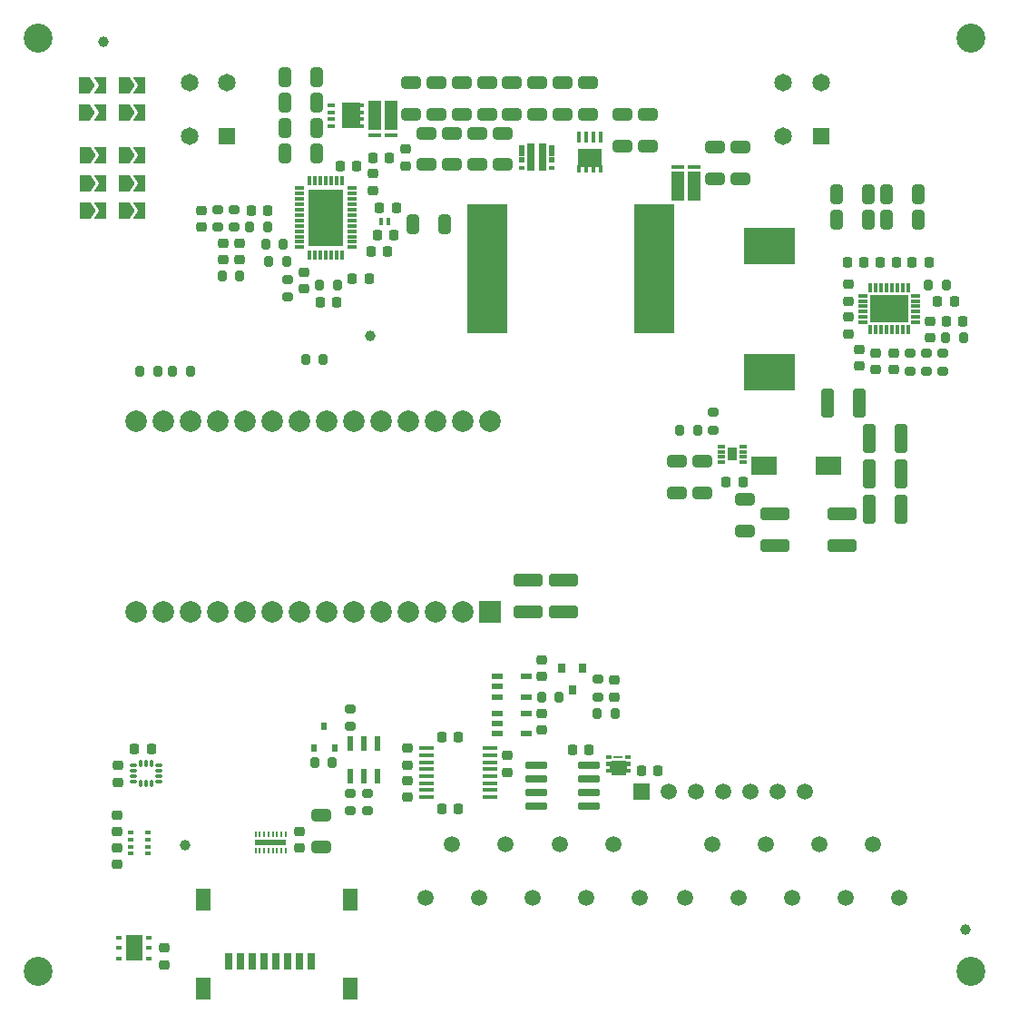
<source format=gbr>
%TF.GenerationSoftware,KiCad,Pcbnew,(6.0.11)*%
%TF.CreationDate,2023-08-29T15:11:38+02:00*%
%TF.ProjectId,walter-feels,77616c74-6572-42d6-9665-656c732e6b69,2.0*%
%TF.SameCoordinates,Original*%
%TF.FileFunction,Soldermask,Top*%
%TF.FilePolarity,Negative*%
%FSLAX46Y46*%
G04 Gerber Fmt 4.6, Leading zero omitted, Abs format (unit mm)*
G04 Created by KiCad (PCBNEW (6.0.11)) date 2023-08-29 15:11:38*
%MOMM*%
%LPD*%
G01*
G04 APERTURE LIST*
G04 Aperture macros list*
%AMRoundRect*
0 Rectangle with rounded corners*
0 $1 Rounding radius*
0 $2 $3 $4 $5 $6 $7 $8 $9 X,Y pos of 4 corners*
0 Add a 4 corners polygon primitive as box body*
4,1,4,$2,$3,$4,$5,$6,$7,$8,$9,$2,$3,0*
0 Add four circle primitives for the rounded corners*
1,1,$1+$1,$2,$3*
1,1,$1+$1,$4,$5*
1,1,$1+$1,$6,$7*
1,1,$1+$1,$8,$9*
0 Add four rect primitives between the rounded corners*
20,1,$1+$1,$2,$3,$4,$5,0*
20,1,$1+$1,$4,$5,$6,$7,0*
20,1,$1+$1,$6,$7,$8,$9,0*
20,1,$1+$1,$8,$9,$2,$3,0*%
%AMFreePoly0*
4,1,6,1.000000,0.000000,0.500000,-0.750000,-0.500000,-0.750000,-0.500000,0.750000,0.500000,0.750000,1.000000,0.000000,1.000000,0.000000,$1*%
%AMFreePoly1*
4,1,6,0.500000,-0.750000,-0.650000,-0.750000,-0.150000,0.000000,-0.650000,0.750000,0.500000,0.750000,0.500000,-0.750000,0.500000,-0.750000,$1*%
%AMFreePoly2*
4,1,30,2.050035,0.200035,2.050050,0.200000,2.050050,-0.190000,2.050035,-0.190035,2.050000,-0.190050,1.700050,-0.190050,1.700050,-0.459950,2.030000,-0.459950,2.030035,-0.459965,2.030050,-0.460000,2.030050,-0.850000,2.030035,-0.850035,2.030000,-0.850050,-0.250000,-0.850050,-0.250035,-0.850035,-0.250050,-0.850000,-0.250050,-0.460000,-0.250035,-0.459965,-0.250000,-0.459950,0.099950,-0.459950,
0.099950,-0.200000,-0.250000,-0.200000,-0.250000,-0.190050,-0.250035,-0.190035,-0.250050,-0.190000,-0.250050,0.200000,-0.250035,0.200035,-0.250000,0.200050,2.050000,0.200050,2.050035,0.200035,2.050035,0.200035,$1*%
G04 Aperture macros list end*
%ADD10C,0.010000*%
%ADD11C,1.000000*%
%ADD12R,1.500000X1.500000*%
%ADD13C,1.500000*%
%ADD14RoundRect,0.225000X0.250000X-0.225000X0.250000X0.225000X-0.250000X0.225000X-0.250000X-0.225000X0*%
%ADD15R,0.405000X0.990000*%
%ADD16R,0.405000X0.760000*%
%ADD17R,2.235000X1.725000*%
%ADD18R,1.150000X0.350000*%
%ADD19R,1.150000X2.700000*%
%ADD20RoundRect,0.250000X0.650000X-0.325000X0.650000X0.325000X-0.650000X0.325000X-0.650000X-0.325000X0*%
%ADD21RoundRect,0.225000X0.225000X0.250000X-0.225000X0.250000X-0.225000X-0.250000X0.225000X-0.250000X0*%
%ADD22RoundRect,0.225000X-0.225000X-0.250000X0.225000X-0.250000X0.225000X0.250000X-0.225000X0.250000X0*%
%ADD23RoundRect,0.250000X0.325000X0.650000X-0.325000X0.650000X-0.325000X-0.650000X0.325000X-0.650000X0*%
%ADD24RoundRect,0.250000X1.100000X-0.325000X1.100000X0.325000X-1.100000X0.325000X-1.100000X-0.325000X0*%
%ADD25R,0.300000X0.850000*%
%ADD26R,0.850000X0.300000*%
%ADD27R,3.650000X2.650000*%
%ADD28RoundRect,0.225000X-0.250000X0.225000X-0.250000X-0.225000X0.250000X-0.225000X0.250000X0.225000X0*%
%ADD29C,1.650000*%
%ADD30R,1.650000X1.650000*%
%ADD31RoundRect,0.075000X0.237500X0.075000X-0.237500X0.075000X-0.237500X-0.075000X0.237500X-0.075000X0*%
%ADD32RoundRect,0.075000X0.075000X0.237500X-0.075000X0.237500X-0.075000X-0.237500X0.075000X-0.237500X0*%
%ADD33R,0.800001X0.900001*%
%ADD34RoundRect,0.200000X-0.200000X-0.275000X0.200000X-0.275000X0.200000X0.275000X-0.200000X0.275000X0*%
%ADD35R,1.000000X0.599999*%
%ADD36RoundRect,0.250000X-0.325000X-0.650000X0.325000X-0.650000X0.325000X0.650000X-0.325000X0.650000X0*%
%ADD37RoundRect,0.250000X-0.325000X-1.100000X0.325000X-1.100000X0.325000X1.100000X-0.325000X1.100000X0*%
%ADD38RoundRect,0.250000X-0.650000X0.325000X-0.650000X-0.325000X0.650000X-0.325000X0.650000X0.325000X0*%
%ADD39R,0.750000X0.300000*%
%ADD40R,0.900000X1.300000*%
%ADD41FreePoly0,0.000000*%
%ADD42FreePoly1,0.000000*%
%ADD43R,0.520000X0.450000*%
%ADD44R,0.520000X0.583000*%
%ADD45R,0.750000X2.520000*%
%ADD46RoundRect,0.200000X0.200000X0.275000X-0.200000X0.275000X-0.200000X-0.275000X0.200000X-0.275000X0*%
%ADD47R,0.530000X1.330000*%
%ADD48RoundRect,0.200000X-0.275000X0.200000X-0.275000X-0.200000X0.275000X-0.200000X0.275000X0.200000X0*%
%ADD49R,0.500000X0.350000*%
%ADD50RoundRect,0.200000X0.275000X-0.200000X0.275000X0.200000X-0.275000X0.200000X-0.275000X-0.200000X0*%
%ADD51FreePoly2,180.000000*%
%ADD52R,0.500000X0.400000*%
%ADD53R,0.920000X0.285000*%
%ADD54C,2.000000*%
%ADD55R,2.000000X2.000000*%
%ADD56R,3.750000X12.100000*%
%ADD57C,2.700000*%
%ADD58R,1.475000X0.450000*%
%ADD59RoundRect,0.250000X0.325000X1.100000X-0.325000X1.100000X-0.325000X-1.100000X0.325000X-1.100000X0*%
%ADD60R,3.250000X5.250000*%
%ADD61R,4.750000X3.350000*%
%ADD62RoundRect,0.042000X-0.943000X-0.258000X0.943000X-0.258000X0.943000X0.258000X-0.943000X0.258000X0*%
%ADD63R,0.800000X1.500000*%
%ADD64R,1.450000X2.000000*%
%ADD65R,0.600000X0.700000*%
%ADD66R,0.400000X0.700000*%
%ADD67RoundRect,0.250000X-1.100000X0.325000X-1.100000X-0.325000X1.100000X-0.325000X1.100000X0.325000X0*%
%ADD68R,0.200000X0.600000*%
%ADD69R,2.900000X0.500000*%
%ADD70R,0.700000X0.420000*%
%ADD71R,0.450000X0.420000*%
%ADD72R,1.700000X2.370000*%
%ADD73R,0.600000X0.400000*%
%ADD74R,1.500000X2.400000*%
%ADD75R,2.400000X1.800000*%
G04 APERTURE END LIST*
%TO.C,Q5*%
G36*
X144760863Y-131600000D02*
G01*
X143460000Y-131600000D01*
X143460000Y-130350000D01*
X144760863Y-130350000D01*
X144760863Y-131600000D01*
G37*
D10*
X144760863Y-131600000D02*
X143460000Y-131600000D01*
X143460000Y-130350000D01*
X144760863Y-130350000D01*
X144760863Y-131600000D01*
%TD*%
D11*
%TO.C,FID4*%
X120950000Y-90780000D03*
%TD*%
%TO.C,FID3*%
X103700000Y-138210000D03*
%TD*%
%TO.C,FID2*%
X176510000Y-146140000D03*
%TD*%
%TO.C,FID1*%
X96050000Y-63350000D03*
%TD*%
D12*
%TO.C,U10*%
X146282200Y-133213800D03*
D13*
X148822200Y-133213800D03*
X151362200Y-133213800D03*
X153902200Y-133213800D03*
X156442200Y-133213800D03*
X158982200Y-133213800D03*
X161522200Y-133213800D03*
%TD*%
D14*
%TO.C,C20*%
X121217974Y-77180600D03*
X121217974Y-75630600D03*
%TD*%
D15*
%TO.C,Q3*%
X142426374Y-72168700D03*
X141766374Y-72168700D03*
X141106374Y-72168700D03*
X140446374Y-72168700D03*
D16*
X140446374Y-75153700D03*
X141106374Y-75153700D03*
X141766374Y-75153700D03*
X142426374Y-75153700D03*
D17*
X141436374Y-74161200D03*
%TD*%
D18*
%TO.C,R14*%
X149627574Y-74979400D03*
D19*
X149627574Y-76804400D03*
X151177574Y-76804400D03*
D18*
X151177574Y-74979400D03*
%TD*%
D20*
%TO.C,C24*%
X155473400Y-76100200D03*
X155473400Y-73150200D03*
%TD*%
D21*
%TO.C,C43*%
X141382600Y-129362200D03*
X139832600Y-129362200D03*
%TD*%
D22*
%TO.C,C52*%
X146282201Y-131292600D03*
X147832201Y-131292600D03*
%TD*%
D23*
%TO.C,C56*%
X167438600Y-79933800D03*
X164488600Y-79933800D03*
%TD*%
D24*
%TO.C,C1*%
X135690000Y-116459000D03*
X135690000Y-113509000D03*
%TD*%
D25*
%TO.C,U11*%
X167617200Y-90189600D03*
X168117200Y-90189600D03*
X168617200Y-90189600D03*
X169117200Y-90189600D03*
X169617200Y-90189600D03*
X170117200Y-90189600D03*
X170617200Y-90189600D03*
X171117200Y-90189600D03*
D26*
X171817200Y-89489600D03*
X171817200Y-88989600D03*
X171817200Y-88489600D03*
X171817200Y-87989600D03*
X171817200Y-87489600D03*
X171817200Y-86989600D03*
D25*
X171117200Y-86289600D03*
X170617200Y-86289600D03*
X170117200Y-86289600D03*
X169617200Y-86289600D03*
X169117200Y-86289600D03*
X168617200Y-86289600D03*
X168117200Y-86289600D03*
X167617200Y-86289600D03*
D26*
X166917200Y-86989600D03*
X166917200Y-87489600D03*
X166917200Y-87989600D03*
X166917200Y-88489600D03*
X166917200Y-88989600D03*
X166917200Y-89489600D03*
D27*
X169367200Y-88239600D03*
%TD*%
D28*
%TO.C,C45*%
X136982201Y-125934700D03*
X136982201Y-127484700D03*
%TD*%
D29*
%TO.C,J3*%
X163014600Y-67146800D03*
D30*
X163014600Y-72146800D03*
D29*
X159514600Y-67146800D03*
X159514600Y-72146800D03*
%TD*%
D31*
%TO.C,U9*%
X101187700Y-132322000D03*
X101187700Y-131822000D03*
X101187700Y-131322000D03*
X101187700Y-130822000D03*
D32*
X100525200Y-130659500D03*
X100025200Y-130659500D03*
X99525200Y-130659500D03*
D31*
X98862700Y-130822000D03*
X98862700Y-131322000D03*
X98862700Y-131822000D03*
X98862700Y-132322000D03*
D32*
X99525200Y-132484500D03*
X100025200Y-132484500D03*
X100525200Y-132484500D03*
%TD*%
D24*
%TO.C,C2*%
X138960000Y-116459000D03*
X138960000Y-113509000D03*
%TD*%
D21*
%TO.C,C64*%
X155711400Y-104394902D03*
X154161400Y-104394902D03*
%TD*%
D33*
%TO.C,D2*%
X140751601Y-121758199D03*
X138851602Y-121758199D03*
X139801601Y-123758201D03*
%TD*%
D28*
%TO.C,C67*%
X173202600Y-89369600D03*
X173202600Y-90919600D03*
%TD*%
D21*
%TO.C,C7*%
X117821374Y-87579200D03*
X116271374Y-87579200D03*
%TD*%
D22*
%TO.C,C16*%
X121001774Y-82905600D03*
X122551774Y-82905600D03*
%TD*%
D34*
%TO.C,R1*%
X99454200Y-94056200D03*
X101104200Y-94056200D03*
%TD*%
D22*
%TO.C,C42*%
X127622001Y-134886442D03*
X129172001Y-134886442D03*
%TD*%
D35*
%TO.C,U6*%
X132762399Y-125934699D03*
X132762399Y-126884700D03*
X132762399Y-127834698D03*
X135512399Y-127834698D03*
X135512399Y-125934699D03*
%TD*%
D21*
%TO.C,C50*%
X100520800Y-129260600D03*
X98970800Y-129260600D03*
%TD*%
D20*
%TO.C,C27*%
X138921774Y-70105800D03*
X138921774Y-67155800D03*
%TD*%
D21*
%TO.C,C13*%
X123186774Y-81330800D03*
X121636774Y-81330800D03*
%TD*%
D36*
%TO.C,C53*%
X169162200Y-79933800D03*
X172112200Y-79933800D03*
%TD*%
D37*
%TO.C,C73*%
X167511200Y-106883200D03*
X170461200Y-106883200D03*
%TD*%
D38*
%TO.C,C30*%
X146846574Y-70127600D03*
X146846574Y-73077600D03*
%TD*%
D13*
%TO.C,J5*%
X126106600Y-143179800D03*
X128606600Y-138179800D03*
X131106600Y-143179800D03*
X133606600Y-138179800D03*
X136106600Y-143179800D03*
X138606600Y-138179800D03*
X141106600Y-143179800D03*
X143606600Y-138179800D03*
X146106600Y-143179800D03*
%TD*%
D22*
%TO.C,C61*%
X168516000Y-83870800D03*
X170066000Y-83870800D03*
%TD*%
D20*
%TO.C,C23*%
X141283974Y-70105800D03*
X141283974Y-67155800D03*
%TD*%
D39*
%TO.C,U12*%
X155711400Y-102543202D03*
X155711400Y-102043202D03*
X155711400Y-101543202D03*
X155711400Y-101043202D03*
X153711400Y-101043202D03*
X153711400Y-101543202D03*
X153711400Y-102043202D03*
X153711400Y-102543202D03*
D40*
X154711400Y-101793202D03*
%TD*%
D41*
%TO.C,JP8*%
X94338174Y-76497500D03*
D42*
X95788174Y-76497500D03*
%TD*%
D34*
%TO.C,R24*%
X149847800Y-99543502D03*
X151497800Y-99543502D03*
%TD*%
D22*
%TO.C,C12*%
X118156974Y-74955400D03*
X119706974Y-74955400D03*
%TD*%
D21*
%TO.C,C41*%
X129172000Y-128130042D03*
X127622000Y-128130042D03*
%TD*%
D23*
%TO.C,C5*%
X115936574Y-73710800D03*
X112986574Y-73710800D03*
%TD*%
D43*
%TO.C,Q1*%
X137898774Y-75066800D03*
D44*
X137898774Y-74349800D03*
X137898774Y-73766800D03*
X137898774Y-73183800D03*
X135118774Y-73183800D03*
X135118774Y-73766800D03*
X135118774Y-74349800D03*
D43*
X135118774Y-75066800D03*
D45*
X135958774Y-74091800D03*
X137058774Y-74091800D03*
%TD*%
D46*
%TO.C,R10*%
X112822774Y-82219800D03*
X111172774Y-82219800D03*
%TD*%
D47*
%TO.C,U3*%
X119126000Y-131801600D03*
X120396000Y-131801600D03*
X121666000Y-131801600D03*
X121666000Y-128751600D03*
X120396000Y-128751600D03*
X119126000Y-128751600D03*
%TD*%
D38*
%TO.C,C26*%
X126221774Y-71829400D03*
X126221774Y-74779400D03*
%TD*%
%TO.C,C29*%
X128583974Y-71829400D03*
X128583974Y-74779400D03*
%TD*%
D13*
%TO.C,J4*%
X150342600Y-143179800D03*
X152842600Y-138179800D03*
X155342600Y-143179800D03*
X157842600Y-138179800D03*
X160342600Y-143179800D03*
X162842600Y-138179800D03*
X165342600Y-143179800D03*
X167842600Y-138179800D03*
X170342600Y-143179800D03*
%TD*%
D30*
%TO.C,J2*%
X107566400Y-72146800D03*
D29*
X107566400Y-67146800D03*
X104066400Y-72146800D03*
X104066400Y-67146800D03*
%TD*%
D48*
%TO.C,R3*%
X106739974Y-78969600D03*
X106739974Y-80619600D03*
%TD*%
D49*
%TO.C,U8*%
X100235800Y-137079200D03*
X100235800Y-137729200D03*
X100235800Y-138379200D03*
X100235800Y-139029200D03*
X98635800Y-139029200D03*
X98635800Y-138379200D03*
X98635800Y-137729200D03*
X98635800Y-137079200D03*
%TD*%
D50*
%TO.C,R27*%
X172872400Y-94017600D03*
X172872400Y-92367600D03*
%TD*%
D51*
%TO.C,Q5*%
X145000000Y-131300000D03*
D52*
X145000000Y-130650000D03*
X145000000Y-130000000D03*
X143200000Y-130000000D03*
X143200000Y-130650000D03*
X143200000Y-131300000D03*
D53*
X144100000Y-130000000D03*
%TD*%
D28*
%TO.C,C3*%
X105215974Y-79069600D03*
X105215974Y-80619600D03*
%TD*%
%TO.C,C51*%
X97434400Y-130822400D03*
X97434400Y-132372400D03*
%TD*%
D54*
%TO.C,U1*%
X132105600Y-98679000D03*
X129565600Y-98679000D03*
X127025600Y-98679000D03*
X124485600Y-98679000D03*
X121945600Y-98679000D03*
X119405600Y-98679000D03*
X116865600Y-98679000D03*
X114325600Y-98679000D03*
X111785600Y-98679000D03*
X109245600Y-98679000D03*
X106705600Y-98679000D03*
X104165600Y-98679000D03*
X101625600Y-98679000D03*
X99085600Y-98679000D03*
X99085600Y-116459000D03*
X101625600Y-116459000D03*
X104165600Y-116459000D03*
X106705600Y-116459000D03*
X109245600Y-116459000D03*
X111785600Y-116459000D03*
X114325600Y-116459000D03*
X116865600Y-116459000D03*
X119405600Y-116459000D03*
X121945600Y-116459000D03*
X124485600Y-116459000D03*
X127025600Y-116459000D03*
X129565600Y-116459000D03*
D55*
X132105600Y-116459000D03*
%TD*%
D37*
%TO.C,C75*%
X167511200Y-100330000D03*
X170461200Y-100330000D03*
%TD*%
D50*
%TO.C,R16*%
X119126000Y-127190000D03*
X119126000Y-125540000D03*
%TD*%
D38*
%TO.C,C35*%
X133308374Y-71829400D03*
X133308374Y-74779400D03*
%TD*%
D41*
%TO.C,JP1*%
X97979874Y-69918900D03*
D42*
X99429874Y-69918900D03*
%TD*%
D20*
%TO.C,C28*%
X127110774Y-70105800D03*
X127110774Y-67155800D03*
%TD*%
D21*
%TO.C,C15*%
X120845000Y-85430000D03*
X119295000Y-85430000D03*
%TD*%
D56*
%TO.C,L1*%
X131883774Y-84455000D03*
X147483774Y-84455000D03*
%TD*%
D46*
%TO.C,R6*%
X108797374Y-85191600D03*
X107147374Y-85191600D03*
%TD*%
D14*
%TO.C,C48*%
X97327600Y-137003000D03*
X97327600Y-135453000D03*
%TD*%
D38*
%TO.C,C62*%
X155905200Y-106018702D03*
X155905200Y-108968702D03*
%TD*%
D57*
%TO.C,H2*%
X177000000Y-63000000D03*
%TD*%
D41*
%TO.C,JP6*%
X94338174Y-79062900D03*
D42*
X95788174Y-79062900D03*
%TD*%
D34*
%TO.C,R21*%
X142151600Y-125943398D03*
X143801600Y-125943398D03*
%TD*%
D58*
%TO.C,U2*%
X126221000Y-129220800D03*
X126221000Y-129870800D03*
X126221000Y-130520800D03*
X126221000Y-131170800D03*
X126221000Y-131820800D03*
X126221000Y-132470800D03*
X126221000Y-133120800D03*
X126221000Y-133770800D03*
X132097000Y-133770800D03*
X132097000Y-133120800D03*
X132097000Y-132470800D03*
X132097000Y-131820800D03*
X132097000Y-131170800D03*
X132097000Y-130520800D03*
X132097000Y-129870800D03*
X132097000Y-129220800D03*
%TD*%
D22*
%TO.C,C59*%
X171538600Y-83870800D03*
X173088600Y-83870800D03*
%TD*%
D41*
%TO.C,JP2*%
X94320074Y-69918900D03*
D42*
X95770074Y-69918900D03*
%TD*%
D20*
%TO.C,C33*%
X136559574Y-70105800D03*
X136559574Y-67155800D03*
%TD*%
D59*
%TO.C,C76*%
X166600400Y-97028000D03*
X163650400Y-97028000D03*
%TD*%
D14*
%TO.C,C63*%
X165531800Y-87489600D03*
X165531800Y-85939600D03*
%TD*%
D28*
%TO.C,C22*%
X124265974Y-73342200D03*
X124265974Y-74892200D03*
%TD*%
D48*
%TO.C,R20*%
X142189201Y-122769398D03*
X142189201Y-124419398D03*
%TD*%
%TO.C,R26*%
X171348400Y-92366800D03*
X171348400Y-94016800D03*
%TD*%
D28*
%TO.C,C9*%
X108797374Y-82105200D03*
X108797374Y-83655200D03*
%TD*%
D20*
%TO.C,C34*%
X131835174Y-70105800D03*
X131835174Y-67155800D03*
%TD*%
D28*
%TO.C,C66*%
X165531800Y-88989600D03*
X165531800Y-90539600D03*
%TD*%
D22*
%TO.C,C17*%
X121814574Y-78790800D03*
X123364574Y-78790800D03*
%TD*%
D46*
%TO.C,R2*%
X104152200Y-94056200D03*
X102502200Y-94056200D03*
%TD*%
D22*
%TO.C,C69*%
X174713600Y-89369600D03*
X176263600Y-89369600D03*
%TD*%
D46*
%TO.C,R7*%
X117871374Y-86029800D03*
X116221374Y-86029800D03*
%TD*%
D26*
%TO.C,IC1*%
X114346374Y-76980600D03*
X114346374Y-77480600D03*
X114346374Y-77980600D03*
X114346374Y-78480600D03*
X114346374Y-78980600D03*
X114346374Y-79480600D03*
X114346374Y-79980600D03*
X114346374Y-80480600D03*
X114346374Y-80980600D03*
X114346374Y-81480600D03*
X114346374Y-81980600D03*
X114346374Y-82480600D03*
D25*
X115296374Y-83180600D03*
X115796374Y-83180600D03*
X116296374Y-83180600D03*
X116796374Y-83180600D03*
X117296374Y-83180600D03*
X117796374Y-83180600D03*
X118296374Y-83180600D03*
D26*
X119246374Y-82480600D03*
X119246374Y-81980600D03*
X119246374Y-81480600D03*
X119246374Y-80980600D03*
X119246374Y-80480600D03*
X119246374Y-79980600D03*
X119246374Y-79480600D03*
X119246374Y-78980600D03*
X119246374Y-78480600D03*
X119246374Y-77980600D03*
X119246374Y-77480600D03*
X119246374Y-76980600D03*
D25*
X118296374Y-76280600D03*
X117796374Y-76280600D03*
X117296374Y-76280600D03*
X116796374Y-76280600D03*
X116296374Y-76280600D03*
X115796374Y-76280600D03*
X115296374Y-76280600D03*
D60*
X116796374Y-79730600D03*
%TD*%
D41*
%TO.C,JP5*%
X97997974Y-79062900D03*
D42*
X99447974Y-79062900D03*
%TD*%
D50*
%TO.C,R4*%
X108263974Y-80619600D03*
X108263974Y-78969600D03*
%TD*%
D61*
%TO.C,L2*%
X158242000Y-82339600D03*
X158242000Y-94139600D03*
%TD*%
D62*
%TO.C,U4*%
X136442600Y-130786700D03*
X136442600Y-132056700D03*
X136442600Y-133326700D03*
X136442600Y-134596700D03*
X141382600Y-134596700D03*
X141382600Y-133326700D03*
X141382600Y-132056700D03*
X141382600Y-130786700D03*
%TD*%
D28*
%TO.C,C40*%
X133756400Y-129882600D03*
X133756400Y-131432600D03*
%TD*%
D20*
%TO.C,C31*%
X129472974Y-70105800D03*
X129472974Y-67155800D03*
%TD*%
D46*
%TO.C,R11*%
X113152974Y-83845400D03*
X111502974Y-83845400D03*
%TD*%
D57*
%TO.C,H1*%
X90000000Y-63000000D03*
%TD*%
D48*
%TO.C,R18*%
X120674943Y-133388600D03*
X120674943Y-135038600D03*
%TD*%
D21*
%TO.C,C57*%
X167043400Y-83870800D03*
X165493400Y-83870800D03*
%TD*%
D28*
%TO.C,C39*%
X124460000Y-132231842D03*
X124460000Y-133781842D03*
%TD*%
%TO.C,C68*%
X169824400Y-92366800D03*
X169824400Y-93916800D03*
%TD*%
D34*
%TO.C,R23*%
X174663600Y-90919600D03*
X176313600Y-90919600D03*
%TD*%
%TO.C,R15*%
X115761001Y-130530600D03*
X117411001Y-130530600D03*
%TD*%
D23*
%TO.C,C11*%
X115936574Y-66624200D03*
X112986574Y-66624200D03*
%TD*%
D28*
%TO.C,C38*%
X124460000Y-129209242D03*
X124460000Y-130759242D03*
%TD*%
D38*
%TO.C,C32*%
X130946174Y-71829400D03*
X130946174Y-74779400D03*
%TD*%
D22*
%TO.C,C19*%
X121204974Y-74117200D03*
X122754974Y-74117200D03*
%TD*%
D14*
%TO.C,C44*%
X136982200Y-122517199D03*
X136982200Y-120967199D03*
%TD*%
D41*
%TO.C,JP10*%
X94338174Y-73932100D03*
D42*
X95788174Y-73932100D03*
%TD*%
D21*
%TO.C,C4*%
X111375774Y-79095600D03*
X109825774Y-79095600D03*
%TD*%
D28*
%TO.C,C65*%
X166598600Y-92011200D03*
X166598600Y-93561200D03*
%TD*%
D35*
%TO.C,U5*%
X132762399Y-122519399D03*
X132762399Y-123469400D03*
X132762399Y-124419398D03*
X135512399Y-124419398D03*
X135512399Y-122519399D03*
%TD*%
D14*
%TO.C,C14*%
X114766374Y-86347600D03*
X114766374Y-84797600D03*
%TD*%
D20*
%TO.C,C37*%
X134197374Y-70105800D03*
X134197374Y-67155800D03*
%TD*%
D41*
%TO.C,JP4*%
X94320074Y-67353500D03*
D42*
X95770074Y-67353500D03*
%TD*%
D34*
%TO.C,R5*%
X109724974Y-80619600D03*
X111374974Y-80619600D03*
%TD*%
D38*
%TO.C,C70*%
X151917400Y-102437302D03*
X151917400Y-105387302D03*
%TD*%
D63*
%TO.C,J1*%
X115449200Y-149047900D03*
X114349200Y-149047900D03*
X113249200Y-149047900D03*
X112149200Y-149047900D03*
X111049200Y-149047900D03*
X109949200Y-149047900D03*
X108849200Y-149047900D03*
X107749200Y-149047900D03*
D64*
X119124200Y-151647900D03*
X105374200Y-151647900D03*
X119124200Y-143347900D03*
X105374200Y-143347900D03*
%TD*%
D41*
%TO.C,JP7*%
X97997974Y-76497500D03*
D42*
X99447974Y-76497500D03*
%TD*%
D65*
%TO.C,Q4*%
X115724100Y-129193800D03*
X117624100Y-129193800D03*
X116674100Y-127193800D03*
%TD*%
D57*
%TO.C,H4*%
X90000000Y-150000000D03*
%TD*%
D14*
%TO.C,C46*%
X143738600Y-124419398D03*
X143738600Y-122869398D03*
%TD*%
D66*
%TO.C,D1*%
X121965774Y-80060800D03*
X122665774Y-80060800D03*
%TD*%
D37*
%TO.C,C74*%
X167511200Y-103606600D03*
X170461200Y-103606600D03*
%TD*%
D48*
%TO.C,R8*%
X113242374Y-85458800D03*
X113242374Y-87108800D03*
%TD*%
D28*
%TO.C,C49*%
X97327600Y-138498400D03*
X97327600Y-140048400D03*
%TD*%
%TO.C,C6*%
X107273374Y-82105200D03*
X107273374Y-83655200D03*
%TD*%
D34*
%TO.C,R19*%
X136919200Y-124419398D03*
X138569200Y-124419398D03*
%TD*%
D20*
%TO.C,C25*%
X124748574Y-70105800D03*
X124748574Y-67155800D03*
%TD*%
D67*
%TO.C,C58*%
X158724600Y-107339502D03*
X158724600Y-110289502D03*
%TD*%
D38*
%TO.C,C77*%
X116337800Y-135449500D03*
X116337800Y-138399500D03*
%TD*%
D23*
%TO.C,C10*%
X115936574Y-68986400D03*
X112986574Y-68986400D03*
%TD*%
D68*
%TO.C,U13*%
X110249200Y-138715900D03*
X110649200Y-138715900D03*
X111049200Y-138715900D03*
X111449200Y-138715900D03*
X111849200Y-138715900D03*
X112249200Y-138715900D03*
X112649200Y-138715900D03*
X113049200Y-138715900D03*
X113049200Y-137215900D03*
X112649200Y-137215900D03*
X112249200Y-137215900D03*
X111849200Y-137215900D03*
X111449200Y-137215900D03*
X111049200Y-137215900D03*
X110649200Y-137215900D03*
X110249200Y-137215900D03*
D69*
X111649200Y-137965900D03*
%TD*%
D21*
%TO.C,C60*%
X175450800Y-87553800D03*
X173900800Y-87553800D03*
%TD*%
D28*
%TO.C,C71*%
X168122600Y-92366800D03*
X168122600Y-93916800D03*
%TD*%
D34*
%TO.C,R22*%
X173038000Y-86004400D03*
X174688000Y-86004400D03*
%TD*%
D23*
%TO.C,C55*%
X167438600Y-77571600D03*
X164488600Y-77571600D03*
%TD*%
D48*
%TO.C,R28*%
X174396400Y-92367600D03*
X174396400Y-94017600D03*
%TD*%
D36*
%TO.C,C54*%
X169162200Y-77571600D03*
X172112200Y-77571600D03*
%TD*%
D48*
%TO.C,R17*%
X119126000Y-133388600D03*
X119126000Y-135038600D03*
%TD*%
D28*
%TO.C,C47*%
X101720730Y-147853400D03*
X101720730Y-149403400D03*
%TD*%
D41*
%TO.C,JP3*%
X97979874Y-67353500D03*
D42*
X99429874Y-67353500D03*
%TD*%
D41*
%TO.C,JP9*%
X97997974Y-73932100D03*
D42*
X99447974Y-73932100D03*
%TD*%
D18*
%TO.C,R13*%
X122907374Y-72030600D03*
D19*
X122907374Y-70205600D03*
X121357374Y-70205600D03*
D18*
X121357374Y-72030600D03*
%TD*%
D38*
%TO.C,C79*%
X149555200Y-102437302D03*
X149555200Y-105387302D03*
%TD*%
D57*
%TO.C,H3*%
X177000000Y-150000000D03*
%TD*%
D50*
%TO.C,R25*%
X152958800Y-99543502D03*
X152958800Y-97893502D03*
%TD*%
D36*
%TO.C,C18*%
X124949974Y-80365600D03*
X127899974Y-80365600D03*
%TD*%
D34*
%TO.C,R12*%
X114922800Y-92964000D03*
X116572800Y-92964000D03*
%TD*%
D28*
%TO.C,C78*%
X114382000Y-136987700D03*
X114382000Y-138537700D03*
%TD*%
D20*
%TO.C,C21*%
X153111200Y-76100200D03*
X153111200Y-73150200D03*
%TD*%
D70*
%TO.C,Q2*%
X117296374Y-69230600D03*
X117296374Y-69880600D03*
X117296374Y-70530600D03*
X117296374Y-71180600D03*
D71*
X120221374Y-71180600D03*
X120221374Y-70530600D03*
X120221374Y-69880600D03*
X120221374Y-69230600D03*
D72*
X119146374Y-70205600D03*
%TD*%
D67*
%TO.C,C72*%
X164998400Y-107339502D03*
X164998400Y-110289502D03*
%TD*%
D38*
%TO.C,C36*%
X144484374Y-70127600D03*
X144484374Y-73077600D03*
%TD*%
D23*
%TO.C,C8*%
X115936574Y-71348600D03*
X112986574Y-71348600D03*
%TD*%
D73*
%TO.C,U7*%
X97526730Y-146903400D03*
X97526730Y-147853400D03*
X97526730Y-148803400D03*
X100326730Y-148803400D03*
X100326730Y-147853400D03*
X100326730Y-146903400D03*
D74*
X98926730Y-147853400D03*
%TD*%
D75*
%TO.C,L3*%
X163705800Y-102820102D03*
X157705800Y-102820102D03*
%TD*%
M02*

</source>
